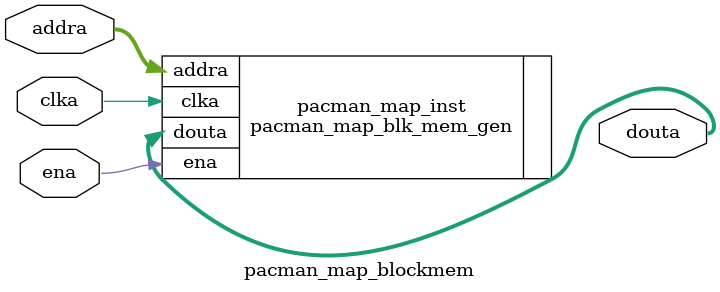
<source format=v>


module pacman_map_blockmem (input clka,
                            input ena,
                            
                           input [5:0] addra, 
                           
                           output [127:0] douta 
                            
                            ); 



    pacman_map_blk_mem_gen pacman_map_inst(.clka(clka),
                                         .ena(ena),
                                       
                                         .addra(addra),
                                        
                                         .douta(douta)); 






endmodule
</source>
